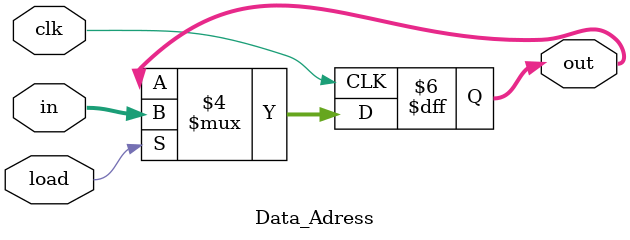
<source format=sv>
module Data_Adress(clk,load,in,out);
input clk,load;
input [8:0] in;
output reg [8:0] out;

always_ff@(posedge clk)begin 

	if(load==1'b1)begin
	out=in;
	end else begin
	out=out;
end end

endmodule

</source>
